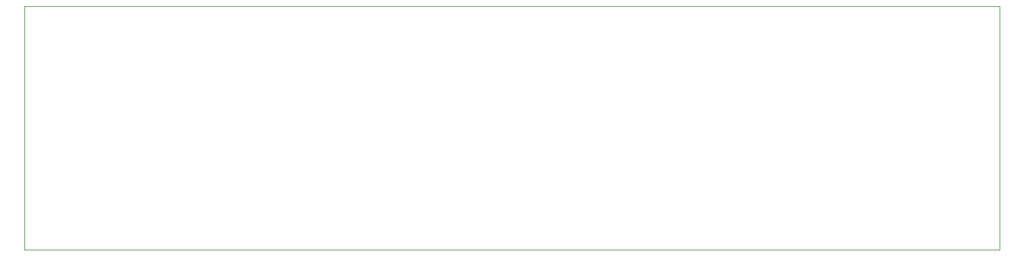
<source format=gbr>
G04 #@! TF.GenerationSoftware,KiCad,Pcbnew,5.1.2-f72e74a~84~ubuntu18.04.1*
G04 #@! TF.CreationDate,2019-07-26T13:12:55+02:00*
G04 #@! TF.ProjectId,filtre_calcule,66696c74-7265-45f6-9361-6c63756c652e,rev?*
G04 #@! TF.SameCoordinates,Original*
G04 #@! TF.FileFunction,Profile,NP*
%FSLAX46Y46*%
G04 Gerber Fmt 4.6, Leading zero omitted, Abs format (unit mm)*
G04 Created by KiCad (PCBNEW 5.1.2-f72e74a~84~ubuntu18.04.1) date 2019-07-26 13:12:55*
%MOMM*%
%LPD*%
G04 APERTURE LIST*
%ADD10C,0.050000*%
G04 APERTURE END LIST*
D10*
X191770000Y-102870000D02*
X190500000Y-102870000D01*
X191770000Y-69850000D02*
X191770000Y-102870000D01*
X59690000Y-69850000D02*
X191770000Y-69850000D01*
X59690000Y-72390000D02*
X59690000Y-69850000D01*
X59690000Y-102870000D02*
X59690000Y-72390000D01*
X190500000Y-102870000D02*
X59690000Y-102870000D01*
M02*

</source>
